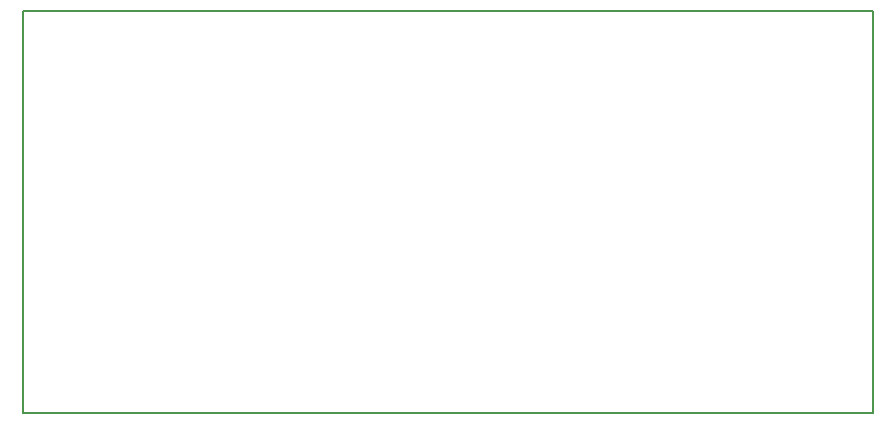
<source format=gbr>
G04 #@! TF.GenerationSoftware,KiCad,Pcbnew,(5.0.0-rc2-dev-493-gd776eaca8)*
G04 #@! TF.CreationDate,2018-06-12T16:33:06-03:00*
G04 #@! TF.ProjectId,HDDriver,48444472697665722E6B696361645F70,rev?*
G04 #@! TF.SameCoordinates,PX6052340PY57bcf00*
G04 #@! TF.FileFunction,Profile,NP*
%FSLAX46Y46*%
G04 Gerber Fmt 4.6, Leading zero omitted, Abs format (unit mm)*
G04 Created by KiCad (PCBNEW (5.0.0-rc2-dev-493-gd776eaca8)) date Tue Jun 12 16:33:06 2018*
%MOMM*%
%LPD*%
G01*
G04 APERTURE LIST*
%ADD10C,0.200000*%
G04 APERTURE END LIST*
D10*
X0Y0D02*
X0Y34000000D01*
X72000000Y0D02*
X0Y0D01*
X72000000Y34000000D02*
X72000000Y0D01*
X0Y34000000D02*
X72000000Y34000000D01*
M02*

</source>
